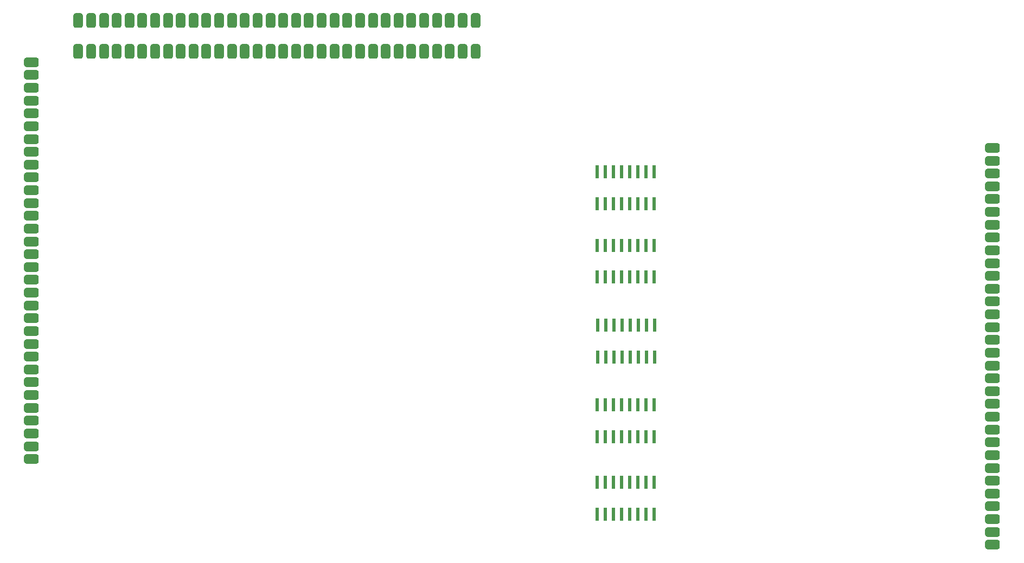
<source format=gbr>
%TF.GenerationSoftware,KiCad,Pcbnew,8.0.3-1.fc40*%
%TF.CreationDate,2024-06-20T20:23:56-04:00*%
%TF.ProjectId,sampler_split_sensor,73616d70-6c65-4725-9f73-706c69745f73,rev?*%
%TF.SameCoordinates,Original*%
%TF.FileFunction,Paste,Top*%
%TF.FilePolarity,Positive*%
%FSLAX46Y46*%
G04 Gerber Fmt 4.6, Leading zero omitted, Abs format (unit mm)*
G04 Created by KiCad (PCBNEW 8.0.3-1.fc40) date 2024-06-20 20:23:56*
%MOMM*%
%LPD*%
G01*
G04 APERTURE LIST*
G04 Aperture macros list*
%AMRoundRect*
0 Rectangle with rounded corners*
0 $1 Rounding radius*
0 $2 $3 $4 $5 $6 $7 $8 $9 X,Y pos of 4 corners*
0 Add a 4 corners polygon primitive as box body*
4,1,4,$2,$3,$4,$5,$6,$7,$8,$9,$2,$3,0*
0 Add four circle primitives for the rounded corners*
1,1,$1+$1,$2,$3*
1,1,$1+$1,$4,$5*
1,1,$1+$1,$6,$7*
1,1,$1+$1,$8,$9*
0 Add four rect primitives between the rounded corners*
20,1,$1+$1,$2,$3,$4,$5,0*
20,1,$1+$1,$4,$5,$6,$7,0*
20,1,$1+$1,$6,$7,$8,$9,0*
20,1,$1+$1,$8,$9,$2,$3,0*%
G04 Aperture macros list end*
%ADD10RoundRect,0.381000X0.381000X-0.762000X0.381000X0.762000X-0.381000X0.762000X-0.381000X-0.762000X0*%
%ADD11RoundRect,0.381000X-0.381000X0.762000X-0.381000X-0.762000X0.381000X-0.762000X0.381000X0.762000X0*%
%ADD12RoundRect,0.073750X0.221250X-0.911250X0.221250X0.911250X-0.221250X0.911250X-0.221250X-0.911250X0*%
%ADD13RoundRect,0.381000X-0.762000X-0.381000X0.762000X-0.381000X0.762000X0.381000X-0.762000X0.381000X0*%
G04 APERTURE END LIST*
D10*
%TO.C,J5*%
X23799999Y-50200000D03*
X25799998Y-50200000D03*
X27799999Y-50200000D03*
X29800000Y-50200000D03*
X31799999Y-50200000D03*
X33799999Y-50200000D03*
X35799999Y-50200000D03*
X37799999Y-50200000D03*
X39799998Y-50200000D03*
X41799999Y-50200000D03*
X43800000Y-50200000D03*
X45799999Y-50200000D03*
X47799999Y-50200000D03*
X49799999Y-50200000D03*
X51799999Y-50200000D03*
X53799999Y-50200000D03*
X55799999Y-50200000D03*
X57799998Y-50200000D03*
X59799999Y-50200000D03*
X61800000Y-50200000D03*
X63799999Y-50200000D03*
X65799999Y-50200000D03*
X67799999Y-50200000D03*
X69799999Y-50200000D03*
X71799998Y-50200000D03*
X73799999Y-50200000D03*
X75800000Y-50200000D03*
X77799999Y-50200000D03*
X79799999Y-50200000D03*
X81799999Y-50200000D03*
X83799999Y-50200000D03*
X85799999Y-50200000D03*
%TD*%
D11*
%TO.C,J4*%
X85800001Y-55000000D03*
X83800002Y-55000000D03*
X81800001Y-55000000D03*
X79800000Y-55000000D03*
X77800001Y-55000000D03*
X75800001Y-55000000D03*
X73800001Y-55000000D03*
X71800001Y-55000000D03*
X69800002Y-55000000D03*
X67800001Y-55000000D03*
X65800000Y-55000000D03*
X63800001Y-55000000D03*
X61800001Y-55000000D03*
X59800001Y-55000000D03*
X57800001Y-55000000D03*
X55800001Y-55000000D03*
X53800001Y-55000000D03*
X51800002Y-55000000D03*
X49800001Y-55000000D03*
X47800000Y-55000000D03*
X45800001Y-55000000D03*
X43800001Y-55000000D03*
X41800001Y-55000000D03*
X39800001Y-55000000D03*
X37800002Y-55000000D03*
X35800001Y-55000000D03*
X33800000Y-55000000D03*
X31800001Y-55000000D03*
X29800001Y-55000000D03*
X27800001Y-55000000D03*
X25800001Y-55000000D03*
X23800001Y-55000000D03*
%TD*%
D12*
%TO.C,DG452_0*%
X104810686Y-127320000D03*
X106080686Y-127320000D03*
X107350686Y-127320000D03*
X108620686Y-127320000D03*
X109890686Y-127320000D03*
X111160686Y-127320000D03*
X112430686Y-127320000D03*
X113700686Y-127320000D03*
X113700686Y-122370000D03*
X112430686Y-122370000D03*
X111160686Y-122370000D03*
X109890686Y-122370000D03*
X108620686Y-122370000D03*
X107350686Y-122370000D03*
X106080686Y-122370000D03*
X104810686Y-122370000D03*
%TD*%
%TO.C,DG452_2*%
X104865686Y-102750000D03*
X106135686Y-102750000D03*
X107405686Y-102750000D03*
X108675686Y-102750000D03*
X109945686Y-102750000D03*
X111215686Y-102750000D03*
X112485686Y-102750000D03*
X113755686Y-102750000D03*
X113755686Y-97800000D03*
X112485686Y-97800000D03*
X111215686Y-97800000D03*
X109945686Y-97800000D03*
X108675686Y-97800000D03*
X107405686Y-97800000D03*
X106135686Y-97800000D03*
X104865686Y-97800000D03*
%TD*%
%TO.C,DG452_3*%
X104810686Y-90275000D03*
X106080686Y-90275000D03*
X107350686Y-90275000D03*
X108620686Y-90275000D03*
X109890686Y-90275000D03*
X111160686Y-90275000D03*
X112430686Y-90275000D03*
X113700686Y-90275000D03*
X113700686Y-85325000D03*
X112430686Y-85325000D03*
X111160686Y-85325000D03*
X109890686Y-85325000D03*
X108620686Y-85325000D03*
X107350686Y-85325000D03*
X106080686Y-85325000D03*
X104810686Y-85325000D03*
%TD*%
%TO.C,DG45_4*%
X104845686Y-78800000D03*
X106115686Y-78800000D03*
X107385686Y-78800000D03*
X108655686Y-78800000D03*
X109925686Y-78800000D03*
X111195686Y-78800000D03*
X112465686Y-78800000D03*
X113735686Y-78800000D03*
X113735686Y-73850000D03*
X112465686Y-73850000D03*
X111195686Y-73850000D03*
X109925686Y-73850000D03*
X108655686Y-73850000D03*
X107385686Y-73850000D03*
X106115686Y-73850000D03*
X104845686Y-73850000D03*
%TD*%
D13*
%TO.C,J2*%
X166515686Y-70100000D03*
X166515686Y-72100000D03*
X166515686Y-74100000D03*
X166515686Y-76100000D03*
X166515686Y-78100000D03*
X166515686Y-80100000D03*
X166515686Y-82100000D03*
X166515686Y-84100000D03*
X166515686Y-86100000D03*
X166515686Y-88100000D03*
X166515686Y-90100000D03*
X166515686Y-92100000D03*
X166515686Y-94100000D03*
X166515686Y-96100000D03*
X166515686Y-98100000D03*
X166515686Y-100100000D03*
X166515686Y-102100000D03*
X166515686Y-104100000D03*
X166515686Y-106100000D03*
X166515686Y-108100000D03*
X166515686Y-110100000D03*
X166515686Y-112100000D03*
X166515686Y-114100000D03*
X166515686Y-116100000D03*
X166515686Y-118100000D03*
X166515686Y-120100000D03*
X166515686Y-122100000D03*
X166515686Y-124100000D03*
X166515686Y-126100000D03*
X166515686Y-128100000D03*
X166515686Y-130100000D03*
X166515686Y-132100000D03*
%TD*%
%TO.C,J3*%
X16535686Y-56715000D03*
X16535686Y-58715000D03*
X16535686Y-60715000D03*
X16535686Y-62715000D03*
X16535686Y-64715000D03*
X16535686Y-66715000D03*
X16535686Y-68715000D03*
X16535686Y-70715000D03*
X16535686Y-72715000D03*
X16535686Y-74715000D03*
X16535686Y-76715000D03*
X16535686Y-78715000D03*
X16535686Y-80715000D03*
X16535686Y-82715000D03*
X16535686Y-84715000D03*
X16535686Y-86715000D03*
X16535686Y-88715000D03*
X16535686Y-90715000D03*
X16535686Y-92715000D03*
X16535686Y-94715000D03*
X16535686Y-96715000D03*
X16535686Y-98715000D03*
X16535686Y-100715000D03*
X16535686Y-102715000D03*
X16535686Y-104715000D03*
X16535686Y-106715000D03*
X16535686Y-108715000D03*
X16535686Y-110715000D03*
X16535686Y-112715000D03*
X16535686Y-114715000D03*
X16535686Y-116715000D03*
X16535686Y-118715000D03*
%TD*%
D12*
%TO.C,DG452_1*%
X104810686Y-115225000D03*
X106080686Y-115225000D03*
X107350686Y-115225000D03*
X108620686Y-115225000D03*
X109890686Y-115225000D03*
X111160686Y-115225000D03*
X112430686Y-115225000D03*
X113700686Y-115225000D03*
X113700686Y-110275000D03*
X112430686Y-110275000D03*
X111160686Y-110275000D03*
X109890686Y-110275000D03*
X108620686Y-110275000D03*
X107350686Y-110275000D03*
X106080686Y-110275000D03*
X104810686Y-110275000D03*
%TD*%
M02*

</source>
